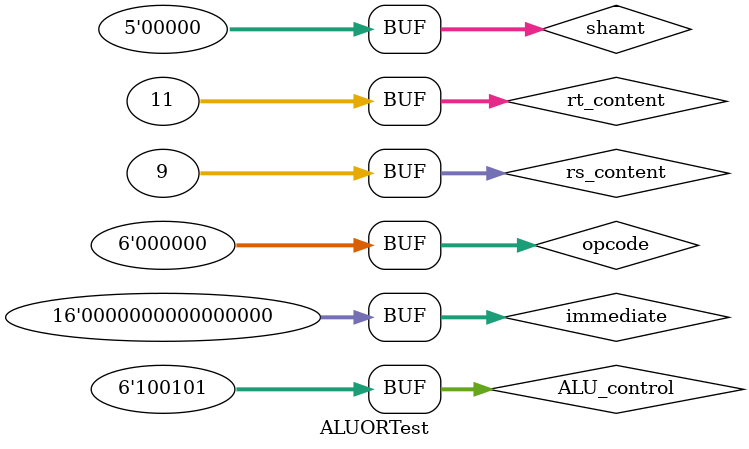
<source format=v>
`timescale 1ns / 1ps


module ALUORTest;

	// Inputs
	reg [5:0] opcode;
	reg [31:0] rs_content;
	reg [31:0] rt_content;
	reg [4:0] shamt;
	reg [5:0] ALU_control;
	reg [15:0] immediate;

	// Outputs
	wire [31:0] ALU_result;
	wire sig_branch;

	// Instantiate the Unit Under Test (UUT)
	ALU uut (
		.ALU_result(ALU_result), 
		.sig_branch(sig_branch), 
		.opcode(opcode), 
		.rs_content(rs_content), 
		.rt_content(rt_content), 
		.shamt(shamt), 
		.ALU_control(ALU_control), 
		.immediate(immediate)
	);

	initial begin
		// Initialize Inputs
		opcode = 0;
		rs_content = 0;
		rt_content = 0;
		shamt = 0;
		ALU_control = 0;
		immediate = 0;

		// Wait 100 ns for global reset to finish
		#100;
        
		// 101 | 010 = 111
		opcode = 0;
		rs_content = 32'b101;
		rt_content = 32'b010;
		shamt = 0;
		ALU_control = 6'b100101;
		immediate = 0;
		#100;
		
		// 11111 | 11111 = 11111
		opcode = 0;
		rs_content = 32'b11111;
		rt_content = 32'b11111;
		shamt = 0;
		ALU_control = 6'b100101;
		immediate = 0;
		#100;

		// 1001 | 1011 = 1011
		opcode = 0;
		rs_content = 32'b1001;
		rt_content = 32'b1011;
		shamt = 0;
		ALU_control = 6'b100101;
		immediate = 0;
		#100;
		

	end
      
endmodule


</source>
